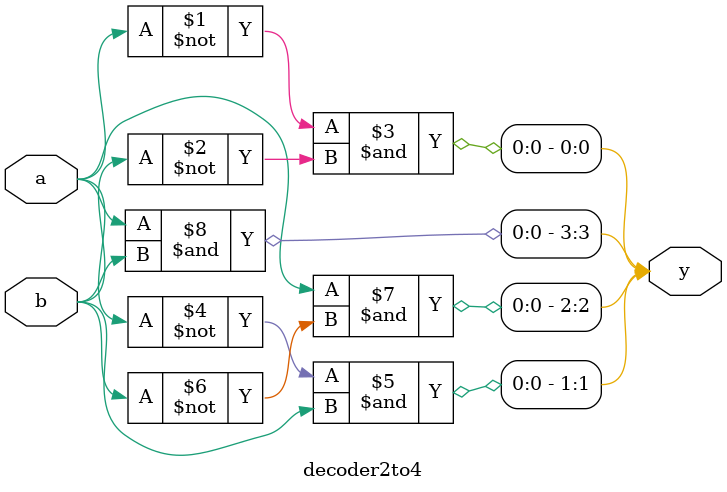
<source format=v>
module decoder2to4(a, b, y); 
input a, b; 
output [3:0] y; 
 
assign y[0] = ~a & ~b; 
assign y[1] = ~a & b; 
assign y[2] = a & ~b; 
assign y[3] = a & b; 
endmodule 
</source>
